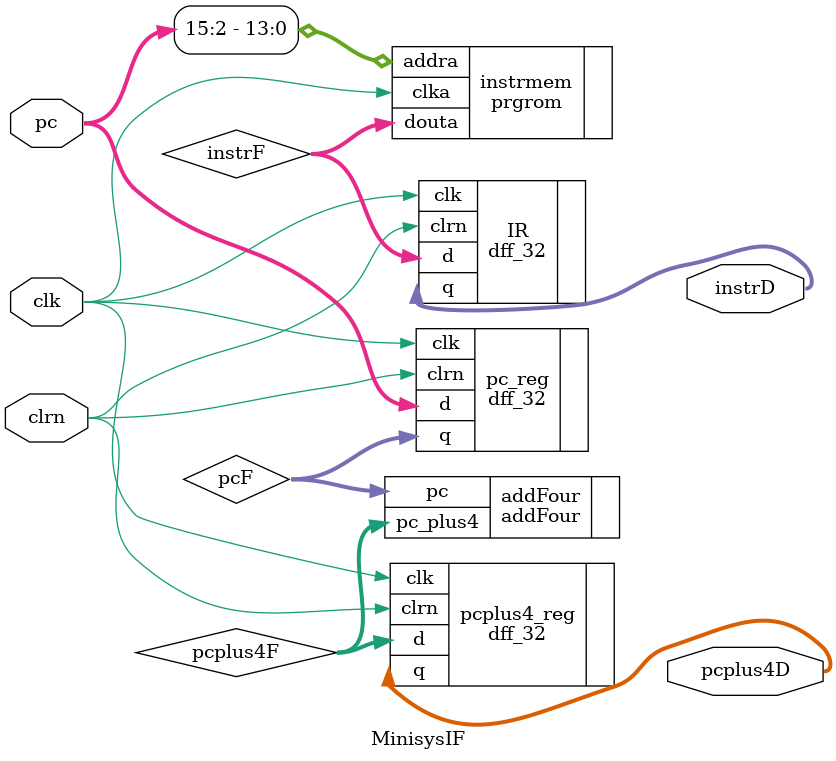
<source format=v>
`timescale 1ns / 1ps

module MinisysIF(
    /* input */
    pc,clk,clrn,
    /* output */
    instrD,pcplus4D
    );
    
    input [31:0] pc;
    input clk,clrn;
    output [31:0] instrD,pcplus4D;

    wire [31:0] pcF;    //pc¼Ä´æÆ÷Êä³ö
    //pc¼Ä´æÆ÷Àý»¯
    dff_32 pc_reg(
        .d(pc),
        .clk(clk),
        .clrn(clrn),
        .q(pcF)
    );
    
    //Ö¸Áî´æ´¢Æ÷Àý»¯
    wire [31:0] instrF;      //Ö¸Áî¼Ä´æÆ÷Êý¾ÝÊä³ö
    prgrom instrmem(
        .clka(clk),
        .addra(pc[15:2]),
        .douta(instrF)
    );
    
    //add4¼Ó·¨Æ÷Àý»¯
    wire [31:0] pcplus4F;
    addFour addFour(
        .pc(pcF),
        .pc_plus4(pcplus4F)
    );
    
    //Ö¸Áî¼Ä´æÆ÷Àý»¯
    dff_32 IR(
        .d(instrF),
        .clk(clk),
        .clrn(clrn),
        .q(instrD)
    );
    
    //pc+4¼Ä´æÆ÷Àý»¯
    dff_32 pcplus4_reg(
        .d(pcplus4F),
        .clk(clk),
        .clrn(clrn),
        .q(pcplus4D)       
    );
    
 endmodule

</source>
